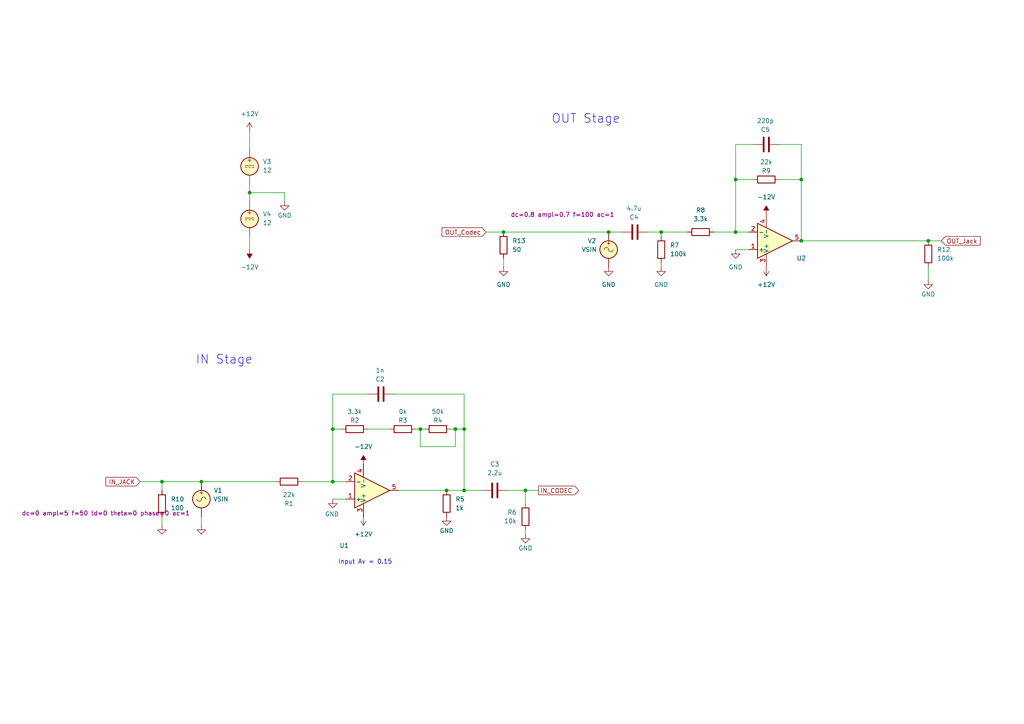
<source format=kicad_sch>
(kicad_sch (version 20231120) (generator "eeschema") (generator_version "8.0")
  (paper "A4")
  (lib_symbols
    (symbol "Device:C" (pin_numbers hide) (pin_names (offset 0.254))
      (property "Reference" "C" (at 0.635 2.54 0))
      (property "Value" "C" (at 0.635 -2.54 0))
      (symbol "C_0_1"
        (polyline (pts (xy -2.032 -0.762) (xy 2.032 -0.762)) (stroke (width 0.508)))
        (polyline (pts (xy -2.032 0.762) (xy 2.032 0.762)) (stroke (width 0.508)))
      )
      (symbol "C_1_1"
        (pin passive line (at 0 3.81 270) (length 2.794) (name "~") (number "1"))
        (pin passive line (at 0 -3.81 90) (length 2.794) (name "~") (number "2"))
      )
    )
    (symbol "Device:R" (pin_numbers hide) (pin_names (offset 0))
      (property "Reference" "R" (at 2.032 0 90))
      (property "Value" "R" (at 0 0 90))
      (symbol "R_0_1"
        (rectangle (start -1.016 -2.54) (end 1.016 2.54) (stroke (width 0.254)))
      )
      (symbol "R_1_1"
        (pin passive line (at 0 3.81 270) (length 1.27) (name "~") (number "1"))
        (pin passive line (at 0 -3.81 90) (length 1.27) (name "~") (number "2"))
      )
    )
    (symbol "Simulation_SPICE:OPAMP" (pin_names (offset 0.254))
      (property "Reference" "U" (at 3.81 3.175 0))
      (property "Value" "${SIM.PARAMS}" (at 3.81 -3.175 0))
      (symbol "OPAMP_0_1"
        (polyline (pts (xy 5.08 0) (xy -5.08 5.08) (xy -5.08 -5.08) (xy 5.08 0)) (stroke (width 0.254)) (fill (type background)))
      )
      (symbol "OPAMP_1_1"
        (pin input line (at -7.62 2.54 0) (length 2.54) (name "+") (number "1"))
        (pin input line (at -7.62 -2.54 0) (length 2.54) (name "-") (number "2"))
        (pin power_in line (at -2.54 7.62 270) (length 3.81) (name "V+") (number "3"))
        (pin power_in line (at -2.54 -7.62 90) (length 3.81) (name "V-") (number "4"))
        (pin output line (at 7.62 0 180) (length 2.54) (name "~") (number "5"))
      )
    )
    (symbol "Simulation_SPICE:VDC" (pin_numbers hide) (pin_names (offset 0.0254))
      (property "Reference" "V" (at 2.54 2.54 0))
      (property "Value" "1" (at 2.54 0 0))
      (symbol "VDC_0_0"
        (polyline (pts (xy -1.27 0.254) (xy 1.27 0.254)))
        (polyline (pts (xy -0.762 -0.254) (xy -1.27 -0.254)))
        (polyline (pts (xy 0.254 -0.254) (xy -0.254 -0.254)))
        (polyline (pts (xy 1.27 -0.254) (xy 0.762 -0.254)))
        (text "+" (at 0 1.905 0) (effects (font (size 1.27 1.27))))
      )
      (symbol "VDC_0_1"
        (circle (center 0 0) (radius 2.54) (stroke (width 0.254)) (fill (type background)))
      )
      (symbol "VDC_1_1"
        (pin passive line (at 0 5.08 270) (length 2.54) (name "~") (number "1"))
        (pin passive line (at 0 -5.08 90) (length 2.54) (name "~") (number "2"))
      )
    )
    (symbol "Simulation_SPICE:VSIN" (pin_numbers hide) (pin_names (offset 0.0254))
      (property "Reference" "V" (at 2.54 2.54 0))
      (property "Value" "VSIN" (at 2.54 0 0))
      (property "Sim.Params" "dc=0 ampl=1 f=1k ac=1" (at 2.54 -2.54 0))
      (symbol "VSIN_0_0"
        (arc (start 0 0) (mid -0.635 0.6323) (end -1.27 0))
        (arc (start 0 0) (mid 0.635 -0.6323) (end 1.27 0))
        (text "+" (at 0 1.905 0) (effects (font (size 1.27 1.27))))
      )
      (symbol "VSIN_0_1"
        (circle (center 0 0) (radius 2.54) (stroke (width 0.254)) (fill (type background)))
      )
      (symbol "VSIN_1_1"
        (pin passive line (at 0 5.08 270) (length 2.54) (name "~") (number "1"))
        (pin passive line (at 0 -5.08 90) (length 2.54) (name "~") (number "2"))
      )
    )
    (symbol "power:+5V" (power) (pin_numbers hide) (pin_names (offset 0) hide)
      (property "Value" "+5V" (at 0 3.556 0))
      (symbol "+5V_0_1"
        (polyline (pts (xy -0.762 1.27) (xy 0 2.54)))
        (polyline (pts (xy 0 0) (xy 0 2.54)))
        (polyline (pts (xy 0 2.54) (xy 0.762 1.27)))
      )
      (symbol "+5V_1_1"
        (pin power_in line (at 0 0 90) (length 0) (name "~") (number "1"))
      )
    )
    (symbol "power:-12V" (power) (pin_numbers hide) (pin_names (offset 0) hide)
      (property "Value" "-12V" (at 0 3.556 0))
      (symbol "-12V_0_0"
        (pin power_in line (at 0 0 90) (length 0) (name "~") (number "1"))
      )
      (symbol "-12V_0_1"
        (polyline (pts (xy 0 0) (xy 0 1.27) (xy 0.762 1.27) (xy 0 2.54) (xy -0.762 1.27) (xy 0 1.27)) (fill (type outline)))
      )
    )
    (symbol "power:GND" (power) (pin_numbers hide) (pin_names (offset 0) hide)
      (property "Value" "GND" (at 0 -3.81 0))
      (symbol "GND_0_1"
        (polyline (pts (xy 0 0) (xy 0 -1.27) (xy 1.27 -1.27) (xy 0 -2.54) (xy -1.27 -1.27) (xy 0 -1.27)))
      )
      (symbol "GND_1_1"
        (pin power_in line (at 0 0 270) (length 0) (name "~") (number "1"))
      )
    )
  )
  (junction (at 121.92 124.46))
  (junction (at 129.54 142.24))
  (junction (at 269.24 69.85))
  (junction (at 96.52 139.7))
  (junction (at 176.53 67.31))
  (junction (at 134.62 142.24))
  (junction (at 232.41 69.85))
  (junction (at 132.08 124.46))
  (junction (at 146.05 67.31))
  (junction (at 152.4 142.24))
  (junction (at 213.36 52.07))
  (junction (at 72.39 55.88))
  (junction (at 46.99 139.7))
  (junction (at 96.52 124.46))
  (junction (at 191.77 67.31))
  (junction (at 58.42 139.7))
  (junction (at 213.36 67.31))
  (junction (at 134.62 124.46))
  (junction (at 232.41 52.07))
  (wire (pts (xy 121.92 129.54) (xy 132.08 129.54)))
  (wire (pts (xy 96.52 139.7) (xy 100.33 139.7)))
  (wire (pts (xy 72.39 55.88) (xy 72.39 58.42)))
  (wire (pts (xy 213.36 67.31) (xy 213.36 52.07)))
  (wire (pts (xy 96.52 124.46) (xy 99.06 124.46)))
  (wire (pts (xy 72.39 68.58) (xy 72.39 72.39)))
  (wire (pts (xy 226.06 52.07) (xy 232.41 52.07)))
  (wire (pts (xy 46.99 142.24) (xy 46.99 139.7)))
  (wire (pts (xy 132.08 124.46) (xy 134.62 124.46)))
  (wire (pts (xy 226.06 41.91) (xy 232.41 41.91)))
  (wire (pts (xy 72.39 53.34) (xy 72.39 55.88)))
  (wire (pts (xy 140.97 67.31) (xy 146.05 67.31)))
  (wire (pts (xy 40.64 139.7) (xy 46.99 139.7)))
  (wire (pts (xy 58.42 139.7) (xy 80.01 139.7)))
  (wire (pts (xy 213.36 72.39) (xy 217.17 72.39)))
  (wire (pts (xy 96.52 139.7) (xy 96.52 124.46)))
  (wire (pts (xy 147.32 142.24) (xy 152.4 142.24)))
  (wire (pts (xy 134.62 124.46) (xy 134.62 142.24)))
  (wire (pts (xy 176.53 67.31) (xy 180.34 67.31)))
  (wire (pts (xy 82.55 55.88) (xy 82.55 58.42)))
  (wire (pts (xy 213.36 41.91) (xy 213.36 52.07)))
  (wire (pts (xy 129.54 142.24) (xy 134.62 142.24)))
  (wire (pts (xy 213.36 67.31) (xy 217.17 67.31)))
  (wire (pts (xy 46.99 149.86) (xy 46.99 152.4)))
  (wire (pts (xy 269.24 69.85) (xy 273.05 69.85)))
  (wire (pts (xy 115.57 142.24) (xy 129.54 142.24)))
  (wire (pts (xy 132.08 129.54) (xy 132.08 124.46)))
  (wire (pts (xy 96.52 114.3) (xy 96.52 124.46)))
  (wire (pts (xy 191.77 67.31) (xy 199.39 67.31)))
  (wire (pts (xy 146.05 67.31) (xy 176.53 67.31)))
  (wire (pts (xy 106.68 114.3) (xy 96.52 114.3)))
  (wire (pts (xy 187.96 67.31) (xy 191.77 67.31)))
  (wire (pts (xy 232.41 69.85) (xy 269.24 69.85)))
  (wire (pts (xy 114.3 114.3) (xy 134.62 114.3)))
  (wire (pts (xy 269.24 77.47) (xy 269.24 81.28)))
  (wire (pts (xy 191.77 67.31) (xy 191.77 68.58)))
  (wire (pts (xy 152.4 153.67) (xy 152.4 154.94)))
  (wire (pts (xy 232.41 52.07) (xy 232.41 69.85)))
  (wire (pts (xy 72.39 55.88) (xy 82.55 55.88)))
  (wire (pts (xy 232.41 41.91) (xy 232.41 52.07)))
  (wire (pts (xy 191.77 76.2) (xy 191.77 77.47)))
  (wire (pts (xy 134.62 124.46) (xy 134.62 114.3)))
  (wire (pts (xy 87.63 139.7) (xy 96.52 139.7)))
  (wire (pts (xy 46.99 139.7) (xy 58.42 139.7)))
  (wire (pts (xy 120.65 124.46) (xy 121.92 124.46)))
  (wire (pts (xy 207.01 67.31) (xy 213.36 67.31)))
  (wire (pts (xy 218.44 41.91) (xy 213.36 41.91)))
  (wire (pts (xy 96.52 144.78) (xy 100.33 144.78)))
  (wire (pts (xy 72.39 38.1) (xy 72.39 43.18)))
  (wire (pts (xy 213.36 52.07) (xy 218.44 52.07)))
  (wire (pts (xy 134.62 142.24) (xy 139.7 142.24)))
  (wire (pts (xy 152.4 142.24) (xy 156.21 142.24)))
  (wire (pts (xy 58.42 149.86) (xy 58.42 152.4)))
  (wire (pts (xy 152.4 142.24) (xy 152.4 146.05)))
  (wire (pts (xy 121.92 124.46) (xy 123.19 124.46)))
  (wire (pts (xy 106.68 124.46) (xy 113.03 124.46)))
  (wire (pts (xy 146.05 74.93) (xy 146.05 77.47)))
  (wire (pts (xy 121.92 124.46) (xy 121.92 129.54)))
  (wire (pts (xy 130.81 124.46) (xy 132.08 124.46)))
  (text "OUT Stage" (at 169.926 34.544 0) (effects (font (size 2.54 2.54))))
  (text "IN Stage" (at 65.024 104.394 0) (effects (font (size 2.54 2.54))))
  (text "Input Av = 0.15" (at 105.918 163.068 0) (effects (font (size 1.27 1.27))))
  (global_label "IN_CODEC" (shape output) (at 156.21 142.24 0) (property "Intersheetrefs" "${INTERSHEET_REFS}" (effects (hide yes))))
  (global_label "OUT_Codec" (shape input) (at 140.97 67.31 180) (property "Intersheetrefs" "${INTERSHEET_REFS}" (effects (hide yes))))
  (global_label "OUT_Jack" (shape input) (at 273.05 69.85 0) (property "Intersheetrefs" "${INTERSHEET_REFS}" (effects (hide yes))))
  (global_label "IN_JACK" (shape input) (at 40.64 139.7 180) (property "Intersheetrefs" "${INTERSHEET_REFS}" (effects (hide yes))))
  (symbol (lib_id "Device:R") (at 102.87 124.46 90) (mirror x) (unit 1)
    (property "Reference" "R2" (at 102.87 121.92 90))
    (property "Value" "3.3k" (at 102.87 119.38 90))
    (property "Description" "Resistor" (effects (hide yes)))
  )
  (symbol (lib_id "Simulation_SPICE:OPAMP") (at 224.79 69.85 0) (mirror x) (unit 1)
    (property "Reference" "U2" (at 232.41 74.8986 0))
    (property "Value" "${SIM.PARAMS}" (at 232.41 72.9935 0))
    (property "Datasheet" "https://ngspice.sourceforge.io/docs/ngspice-html-manual/manual.xhtml#sec__SUBCKT_Subcircuits" (effects (hide yes)))
    (property "Description" "Operational amplifier, single, node sequence=1:+ 2:- 3:OUT 4:V+ 5:V-" (effects (hide yes)))
    (property "Sim.Pins" "1=in+ 2=in- 3=vcc 4=vee 5=out" (effects (hide yes)))
    (property "Sim.Device" "SUBCKT" (effects (hide yes)))
    (property "Sim.Library" "${KICAD7_SYMBOL_DIR}/Simulation_SPICE.sp" (effects (hide yes)))
    (property "Sim.Name" "kicad_builtin_opamp" (effects (hide yes)))
  )
  (symbol (lib_id "power:GND") (at 58.42 152.4 0) (mirror y) (unit 1)
    (property "Reference" "#PWR01" (effects (hide yes)))
    (property "Value" "GND" (effects (hide yes)))
    (property "Description" "Power symbol creates a global label with name \"GND\" , ground" (effects (hide yes)))
  )
  (symbol (lib_id "power:-12V") (at 72.39 72.39 0) (mirror x) (unit 1)
    (property "Reference" "#PWR013" (effects (hide yes)))
    (property "Value" "-12V" (at 72.39 77.47 0))
    (property "Description" "Power symbol creates a global label with name \"-12V\"" (effects (hide yes)))
  )
  (symbol (lib_id "power:GND") (at 129.54 149.86 0) (unit 1)
    (property "Reference" "#PWR05" (effects (hide yes)))
    (property "Value" "GND" (at 129.54 153.924 0))
    (property "Description" "Power symbol creates a global label with name \"GND\" , ground" (effects (hide yes)))
  )
  (symbol (lib_id "Device:R") (at 152.4 149.86 0) (mirror x) (unit 1)
    (property "Reference" "R6" (at 149.86 148.5899 0) (effects (justify right)))
    (property "Value" "10k" (at 149.86 151.1299 0) (effects (justify right)))
    (property "Description" "Resistor" (effects (hide yes)))
  )
  (symbol (lib_id "power:-12V") (at 105.41 134.62 0) (mirror y) (unit 1)
    (property "Reference" "#PWR03" (effects (hide yes)))
    (property "Value" "-12V" (at 105.41 129.54 0))
    (property "Description" "Power symbol creates a global label with name \"-12V\"" (effects (hide yes)))
  )
  (symbol (lib_id "Simulation_SPICE:VSIN") (at 58.42 144.78 0) (mirror y) (unit 1) (in_bom no) (on_board no)
    (property "Reference" "V1" (at 64.516 142.24 0) (effects (justify left)))
    (property "Value" "VSIN" (at 66.294 144.78 0) (effects (justify left)))
    (property "Datasheet" "https://ngspice.sourceforge.io/docs/ngspice-html-manual/manual.xhtml#sec_Independent_Sources_for" (effects (hide yes)))
    (property "Description" "Voltage source, sinusoidal" (effects (hide yes)))
    (property "Sim.Pins" "1=+ 2=-" (effects (hide yes)))
    (property "Sim.Params" "dc=0 ampl=5 f=50 td=0 theta=0 phase=0 ac=1" (at 55.118 148.844 0) (effects (justify left)))
    (property "Sim.Type" "SIN" (effects (hide yes)))
    (property "Sim.Device" "V" (effects (hide yes)))
  )
  (symbol (lib_id "power:+5V") (at 105.41 149.86 0) (mirror x) (unit 1)
    (property "Reference" "#PWR04" (effects (hide yes)))
    (property "Value" "+12V" (at 105.41 154.94 0))
    (property "Description" "Power symbol creates a global label with name \"+5V\"" (effects (hide yes)))
  )
  (symbol (lib_id "Device:R") (at 116.84 124.46 90) (mirror x) (unit 1)
    (property "Reference" "R3" (at 116.84 121.92 90))
    (property "Value" "0k" (at 116.84 119.38 90))
    (property "Description" "Resistor" (effects (hide yes)))
  )
  (symbol (lib_id "Device:R") (at 129.54 146.05 0) (unit 1)
    (property "Reference" "R5" (at 132.08 144.7799 0) (effects (justify left)))
    (property "Value" "1k" (at 132.08 147.3199 0) (effects (justify left)))
    (property "Description" "Resistor" (effects (hide yes)))
  )
  (symbol (lib_id "power:GND") (at 146.05 77.47 0) (unit 1) (in_bom no) (on_board no)
    (property "Reference" "#PWR017" (effects (hide yes)))
    (property "Value" "GND" (at 146.05 82.55 0))
    (property "Description" "Power symbol creates a global label with name \"GND\" , ground" (effects (hide yes)))
  )
  (symbol (lib_id "Device:R") (at 146.05 71.12 180) (unit 1)
    (property "Reference" "R13" (at 148.59 69.8499 0) (effects (justify right)))
    (property "Value" "50" (at 148.59 72.3899 0) (effects (justify right)))
    (property "Description" "Resistor" (effects (hide yes)))
  )
  (symbol (lib_id "Device:R") (at 191.77 72.39 180) (unit 1)
    (property "Reference" "R7" (at 194.31 71.1199 0) (effects (justify right)))
    (property "Value" "100k" (at 194.31 73.6599 0) (effects (justify right)))
    (property "Description" "Resistor" (effects (hide yes)))
  )
  (symbol (lib_id "power:+5V") (at 72.39 38.1 0) (mirror y) (unit 1)
    (property "Reference" "#PWR014" (effects (hide yes)))
    (property "Value" "+12V" (at 72.39 33.02 0))
    (property "Description" "Power symbol creates a global label with name \"+5V\"" (effects (hide yes)))
  )
  (symbol (lib_id "Simulation_SPICE:VDC") (at 72.39 48.26 0) (unit 1)
    (property "Reference" "V3" (at 76.2 46.8601 0) (effects (justify left)))
    (property "Value" "12" (at 76.2 49.4001 0) (effects (justify left)))
    (property "Datasheet" "https://ngspice.sourceforge.io/docs/ngspice-html-manual/manual.xhtml#sec_Independent_Sources_for" (effects (hide yes)))
    (property "Description" "Voltage source, DC" (effects (hide yes)))
    (property "Sim.Pins" "1=+ 2=-" (effects (hide yes)))
    (property "Sim.Type" "DC" (effects (hide yes)))
    (property "Sim.Device" "V" (effects (hide yes)))
  )
  (symbol (lib_id "Device:C") (at 222.25 41.91 270) (mirror x) (unit 1)
    (property "Reference" "C5" (at 221.996 37.592 90))
    (property "Value" "220p" (at 221.996 35.052 90))
    (property "Description" "Unpolarized capacitor" (effects (hide yes)))
  )
  (symbol (lib_id "Device:R") (at 46.99 146.05 180) (unit 1)
    (property "Reference" "R10" (at 49.53 144.7799 0) (effects (justify right)))
    (property "Value" "100" (at 49.53 147.3199 0) (effects (justify right)))
    (property "Description" "Resistor" (effects (hide yes)))
  )
  (symbol (lib_id "power:GND") (at 46.99 152.4 0) (mirror y) (unit 1)
    (property "Reference" "#PWR012" (effects (hide yes)))
    (property "Value" "GND" (effects (hide yes)))
    (property "Description" "Power symbol creates a global label with name \"GND\" , ground" (effects (hide yes)))
  )
  (symbol (lib_id "power:GND") (at 82.55 58.42 0) (unit 1)
    (property "Reference" "#PWR015" (effects (hide yes)))
    (property "Value" "GND" (at 82.55 62.484 0))
    (property "Description" "Power symbol creates a global label with name \"GND\" , ground" (effects (hide yes)))
  )
  (symbol (lib_id "power:+5V") (at 222.25 77.47 0) (mirror x) (unit 1)
    (property "Reference" "#PWR011" (effects (hide yes)))
    (property "Value" "+12V" (at 222.25 82.55 0))
    (property "Description" "Power symbol creates a global label with name \"+5V\"" (effects (hide yes)))
  )
  (symbol (lib_id "power:GND") (at 176.53 77.47 0) (unit 1) (in_bom no) (on_board no)
    (property "Reference" "#PWR07" (effects (hide yes)))
    (property "Value" "GND" (at 176.53 82.55 0))
    (property "Description" "Power symbol creates a global label with name \"GND\" , ground" (effects (hide yes)))
  )
  (symbol (lib_id "Device:R") (at 269.24 73.66 180) (unit 1)
    (property "Reference" "R12" (at 271.78 72.3899 0) (effects (justify right)))
    (property "Value" "100k" (at 271.78 74.9299 0) (effects (justify right)))
    (property "Description" "Resistor" (effects (hide yes)))
  )
  (symbol (lib_id "Device:R") (at 222.25 52.07 90) (mirror x) (unit 1)
    (property "Reference" "R9" (at 222.25 49.53 90))
    (property "Value" "22k" (at 222.25 46.99 90))
    (property "Description" "Resistor" (effects (hide yes)))
  )
  (symbol (lib_id "Simulation_SPICE:VDC") (at 72.39 63.5 0) (unit 1)
    (property "Reference" "V4" (at 76.2 62.1001 0) (effects (justify left)))
    (property "Value" "12" (at 76.2 64.6401 0) (effects (justify left)))
    (property "Datasheet" "https://ngspice.sourceforge.io/docs/ngspice-html-manual/manual.xhtml#sec_Independent_Sources_for" (effects (hide yes)))
    (property "Description" "Voltage source, DC" (effects (hide yes)))
    (property "Sim.Pins" "1=+ 2=-" (effects (hide yes)))
    (property "Sim.Type" "DC" (effects (hide yes)))
    (property "Sim.Device" "V" (effects (hide yes)))
  )
  (symbol (lib_id "power:GND") (at 191.77 77.47 0) (unit 1) (in_bom no) (on_board no)
    (property "Reference" "#PWR08" (effects (hide yes)))
    (property "Value" "GND" (at 191.77 82.55 0))
    (property "Description" "Power symbol creates a global label with name \"GND\" , ground" (effects (hide yes)))
  )
  (symbol (lib_id "Device:C") (at 110.49 114.3 270) (mirror x) (unit 1)
    (property "Reference" "C2" (at 110.236 109.982 90))
    (property "Value" "1n" (at 110.236 107.442 90))
    (property "Description" "Unpolarized capacitor" (effects (hide yes)))
  )
  (symbol (lib_id "Device:C") (at 143.51 142.24 90) (mirror x) (unit 1)
    (property "Reference" "C3" (at 143.51 134.62 90))
    (property "Value" "2.2u" (at 143.51 137.16 90))
    (property "Description" "Unpolarized capacitor" (effects (hide yes)))
  )
  (symbol (lib_id "power:GND") (at 269.24 81.28 0) (mirror y) (unit 1)
    (property "Reference" "#PWR016" (effects (hide yes)))
    (property "Value" "GND" (at 269.24 85.344 0))
    (property "Description" "Power symbol creates a global label with name \"GND\" , ground" (effects (hide yes)))
  )
  (symbol (lib_id "Device:C") (at 184.15 67.31 270) (mirror x) (unit 1)
    (property "Reference" "C4" (at 183.896 62.992 90))
    (property "Value" "4.7u" (at 183.896 60.452 90))
    (property "Description" "Unpolarized capacitor" (effects (hide yes)))
  )
  (symbol (lib_id "Device:R") (at 83.82 139.7 90) (mirror x) (unit 1)
    (property "Reference" "R1" (at 83.82 146.05 90))
    (property "Value" "22k" (at 83.82 143.51 90))
    (property "Description" "Resistor" (effects (hide yes)))
  )
  (symbol (lib_id "power:GND") (at 213.36 72.39 0) (mirror y) (unit 1) (in_bom no) (on_board no)
    (property "Reference" "#PWR09" (effects (hide yes)))
    (property "Value" "GND" (at 213.36 77.47 0))
    (property "Description" "Power symbol creates a global label with name \"GND\" , ground" (effects (hide yes)))
  )
  (symbol (lib_id "Simulation_SPICE:VSIN") (at 176.53 72.39 0) (unit 1) (in_bom no) (on_board no)
    (property "Reference" "V2" (at 170.434 69.85 0) (effects (justify left)))
    (property "Value" "VSIN" (at 168.656 72.39 0) (effects (justify left)))
    (property "Datasheet" "https://ngspice.sourceforge.io/docs/ngspice-html-manual/manual.xhtml#sec_Independent_Sources_for" (effects (hide yes)))
    (property "Description" "Voltage source, sinusoidal" (effects (hide yes)))
    (property "Sim.Pins" "1=+ 2=-" (effects (hide yes)))
    (property "Sim.Params" "dc=0.8 ampl=0.7 f=100 ac=1" (at 148.082 62.23 0) (effects (justify left)))
    (property "Sim.Type" "SIN" (effects (hide yes)))
    (property "Sim.Device" "V" (effects (hide yes)))
  )
  (symbol (lib_id "Device:R") (at 203.2 67.31 90) (mirror x) (unit 1)
    (property "Reference" "R8" (at 203.2 60.96 90))
    (property "Value" "3.3k" (at 203.2 63.5 90))
    (property "Description" "Resistor" (effects (hide yes)))
  )
  (symbol (lib_id "power:-12V") (at 222.25 62.23 0) (mirror y) (unit 1)
    (property "Reference" "#PWR010" (effects (hide yes)))
    (property "Value" "-12V" (at 222.25 57.15 0))
    (property "Description" "Power symbol creates a global label with name \"-12V\"" (effects (hide yes)))
  )
  (symbol (lib_id "Device:R") (at 127 124.46 90) (mirror x) (unit 1)
    (property "Reference" "R4" (at 127 121.92 90))
    (property "Value" "50k" (at 127 119.38 90))
    (property "Description" "Resistor" (effects (hide yes)))
  )
  (symbol (lib_id "Simulation_SPICE:OPAMP") (at 107.95 142.24 0) (mirror x) (unit 1)
    (property "Reference" "U1" (at 99.822 158.242 0))
    (property "Value" "${SIM.PARAMS}" (at 115.57 145.3835 0))
    (property "Datasheet" "https://ngspice.sourceforge.io/docs/ngspice-html-manual/manual.xhtml#sec__SUBCKT_Subcircuits" (effects (hide yes)))
    (property "Description" "Operational amplifier, single, node sequence=1:+ 2:- 3:OUT 4:V+ 5:V-" (effects (hide yes)))
    (property "Sim.Pins" "1=in+ 2=in- 3=vcc 4=vee 5=out" (effects (hide yes)))
    (property "Sim.Device" "SUBCKT" (effects (hide yes)))
    (property "Sim.Library" "${KICAD7_SYMBOL_DIR}/Simulation_SPICE.sp" (effects (hide yes)))
    (property "Sim.Name" "kicad_builtin_opamp" (effects (hide yes)))
  )
  (symbol (lib_id "power:GND") (at 96.52 144.78 0) (mirror y) (unit 1)
    (property "Reference" "#PWR02" (effects (hide yes)))
    (property "Value" "GND" (at 96.266 149.098 0))
    (property "Description" "Power symbol creates a global label with name \"GND\" , ground" (effects (hide yes)))
  )
  (symbol (lib_id "power:GND") (at 152.4 154.94 0) (unit 1)
    (property "Reference" "#PWR06" (effects (hide yes)))
    (property "Value" "GND" (at 152.4 159.004 0))
    (property "Description" "Power symbol creates a global label with name \"GND\" , ground" (effects (hide yes)))
  )
)
</source>
